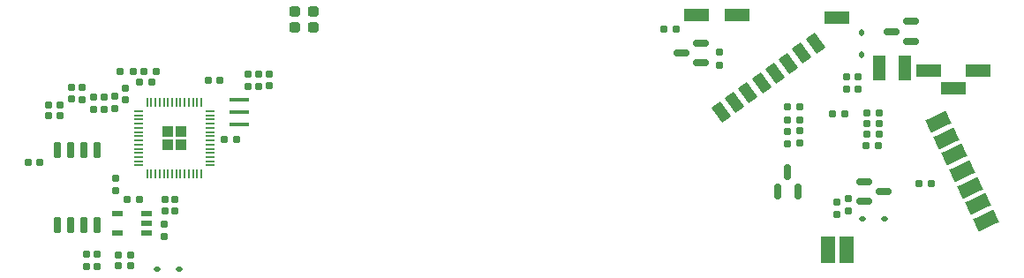
<source format=gbr>
%TF.GenerationSoftware,KiCad,Pcbnew,(7.0.0)*%
%TF.CreationDate,2023-05-05T15:28:03+08:00*%
%TF.ProjectId,opsx_x,6f707378-5f78-42e6-9b69-6361645f7063,2*%
%TF.SameCoordinates,PX18392c0PY51a2700*%
%TF.FileFunction,Paste,Top*%
%TF.FilePolarity,Positive*%
%FSLAX46Y46*%
G04 Gerber Fmt 4.6, Leading zero omitted, Abs format (unit mm)*
G04 Created by KiCad (PCBNEW (7.0.0)) date 2023-05-05 15:28:03*
%MOMM*%
%LPD*%
G01*
G04 APERTURE LIST*
G04 Aperture macros list*
%AMRoundRect*
0 Rectangle with rounded corners*
0 $1 Rounding radius*
0 $2 $3 $4 $5 $6 $7 $8 $9 X,Y pos of 4 corners*
0 Add a 4 corners polygon primitive as box body*
4,1,4,$2,$3,$4,$5,$6,$7,$8,$9,$2,$3,0*
0 Add four circle primitives for the rounded corners*
1,1,$1+$1,$2,$3*
1,1,$1+$1,$4,$5*
1,1,$1+$1,$6,$7*
1,1,$1+$1,$8,$9*
0 Add four rect primitives between the rounded corners*
20,1,$1+$1,$2,$3,$4,$5,0*
20,1,$1+$1,$4,$5,$6,$7,0*
20,1,$1+$1,$6,$7,$8,$9,0*
20,1,$1+$1,$8,$9,$2,$3,0*%
%AMRotRect*
0 Rectangle, with rotation*
0 The origin of the aperture is its center*
0 $1 length*
0 $2 width*
0 $3 Rotation angle, in degrees counterclockwise*
0 Add horizontal line*
21,1,$1,$2,0,0,$3*%
G04 Aperture macros list end*
%ADD10R,1.000001X0.599999*%
%ADD11RotRect,1.780000X1.060000X126.000000*%
%ADD12RotRect,2.159000X1.310000X26.000000*%
%ADD13R,2.413000X1.143000*%
%ADD14R,1.371600X2.540000*%
%ADD15R,1.143000X2.413000*%
%ADD16RoundRect,0.112500X-0.187500X-0.112500X0.187500X-0.112500X0.187500X0.112500X-0.187500X0.112500X0*%
%ADD17RoundRect,0.160000X-0.160000X0.197500X-0.160000X-0.197500X0.160000X-0.197500X0.160000X0.197500X0*%
%ADD18RoundRect,0.160000X0.197500X0.160000X-0.197500X0.160000X-0.197500X-0.160000X0.197500X-0.160000X0*%
%ADD19RoundRect,0.155000X0.155000X-0.212500X0.155000X0.212500X-0.155000X0.212500X-0.155000X-0.212500X0*%
%ADD20RoundRect,0.160000X-0.197500X-0.160000X0.197500X-0.160000X0.197500X0.160000X-0.197500X0.160000X0*%
%ADD21RoundRect,0.160000X0.160000X-0.197500X0.160000X0.197500X-0.160000X0.197500X-0.160000X-0.197500X0*%
%ADD22RoundRect,0.150000X0.150000X-0.587500X0.150000X0.587500X-0.150000X0.587500X-0.150000X-0.587500X0*%
%ADD23RoundRect,0.150000X0.587500X0.150000X-0.587500X0.150000X-0.587500X-0.150000X0.587500X-0.150000X0*%
%ADD24RoundRect,0.150000X-0.587500X-0.150000X0.587500X-0.150000X0.587500X0.150000X-0.587500X0.150000X0*%
%ADD25RoundRect,0.155000X-0.155000X0.212500X-0.155000X-0.212500X0.155000X-0.212500X0.155000X0.212500X0*%
%ADD26RoundRect,0.155000X0.212500X0.155000X-0.212500X0.155000X-0.212500X-0.155000X0.212500X-0.155000X0*%
%ADD27RoundRect,0.155000X-0.212500X-0.155000X0.212500X-0.155000X0.212500X0.155000X-0.212500X0.155000X0*%
%ADD28R,1.900000X0.400000*%
%ADD29RoundRect,0.112500X0.112500X-0.187500X0.112500X0.187500X-0.112500X0.187500X-0.112500X-0.187500X0*%
%ADD30RoundRect,0.237500X0.287500X0.237500X-0.287500X0.237500X-0.287500X-0.237500X0.287500X-0.237500X0*%
%ADD31RoundRect,0.150000X0.150000X-0.650000X0.150000X0.650000X-0.150000X0.650000X-0.150000X-0.650000X0*%
%ADD32RoundRect,0.250000X0.292217X-0.292217X0.292217X0.292217X-0.292217X0.292217X-0.292217X-0.292217X0*%
%ADD33RoundRect,0.050000X0.050000X-0.387500X0.050000X0.387500X-0.050000X0.387500X-0.050000X-0.387500X0*%
%ADD34RoundRect,0.050000X0.387500X-0.050000X0.387500X0.050000X-0.387500X0.050000X-0.387500X-0.050000X0*%
G04 APERTURE END LIST*
D10*
%TO.C,U2*%
X12800000Y5655998D03*
X12800000Y6605999D03*
X12800000Y7555997D03*
X10050000Y7555997D03*
X10050000Y5655998D03*
%TD*%
D11*
%TO.C,sx1*%
X70508972Y19129942D03*
X71803399Y20070399D03*
X76981108Y23832224D03*
D12*
X91843999Y10011999D03*
D11*
X67920117Y17249029D03*
D12*
X91076849Y11584889D03*
D13*
X87850917Y21206118D03*
X90177599Y19522399D03*
D11*
X74392253Y21951311D03*
X73097826Y21010855D03*
D13*
X92555199Y21238799D03*
D11*
X75686680Y22891768D03*
D13*
X65539702Y26572321D03*
X69501999Y26608999D03*
D12*
X92611148Y8439109D03*
X93378298Y6866220D03*
X88775401Y16303557D03*
X89542550Y14730668D03*
D14*
X78178799Y4068399D03*
X79956799Y4068399D03*
D15*
X83102280Y21451999D03*
X85559399Y21451999D03*
D13*
X79056286Y26357168D03*
D11*
X69214544Y18189486D03*
D12*
X90309700Y13157778D03*
%TD*%
D16*
%TO.C,D1*%
X13850000Y2200000D03*
X15950000Y2200000D03*
%TD*%
D17*
%TO.C,R10*%
X22600000Y20897500D03*
X22600000Y19702500D03*
%TD*%
D18*
%TO.C,R35*%
X21472500Y14650000D03*
X20277500Y14650000D03*
%TD*%
D19*
%TO.C,C8*%
X6625000Y18482500D03*
X6625000Y19617500D03*
%TD*%
D20*
%TO.C,R12*%
X12177500Y20150000D03*
X13372500Y20150000D03*
%TD*%
%TO.C,R34*%
X10327500Y21175000D03*
X11522500Y21175000D03*
%TD*%
D21*
%TO.C,R1*%
X7784000Y17502500D03*
X7784000Y18697500D03*
%TD*%
D22*
%TO.C,Q3*%
X73375000Y9637500D03*
X75275000Y9637500D03*
X74325000Y11512500D03*
%TD*%
D23*
%TO.C,Q2*%
X86187500Y24050000D03*
X86187500Y25950000D03*
X84312500Y25000000D03*
%TD*%
D21*
%TO.C,R25*%
X81100000Y19427500D03*
X81100000Y20622500D03*
%TD*%
D24*
%TO.C,Q1*%
X81637500Y10600000D03*
X81637500Y8700000D03*
X83512500Y9650000D03*
%TD*%
D17*
%TO.C,R15*%
X74275000Y16527500D03*
X74275000Y17722500D03*
%TD*%
D23*
%TO.C,Q4*%
X66040000Y21978000D03*
X66040000Y23878000D03*
X64165000Y22928000D03*
%TD*%
D25*
%TO.C,C4*%
X14484000Y6467500D03*
X14484000Y5332500D03*
%TD*%
D26*
%TO.C,C14*%
X2617500Y12450000D03*
X1482500Y12450000D03*
%TD*%
D21*
%TO.C,R31*%
X67800000Y21777500D03*
X67800000Y22972500D03*
%TD*%
D19*
%TO.C,C6*%
X5625000Y18507500D03*
X5625000Y19642500D03*
%TD*%
D20*
%TO.C,R32*%
X62452500Y25175000D03*
X63647500Y25175000D03*
%TD*%
D17*
%TO.C,R16*%
X74275000Y15372500D03*
X74275000Y14177500D03*
%TD*%
D19*
%TO.C,C2*%
X24600000Y19757500D03*
X24600000Y20892500D03*
%TD*%
D18*
%TO.C,R6*%
X11300000Y2500000D03*
X10105000Y2500000D03*
%TD*%
D17*
%TO.C,R14*%
X75500000Y15447500D03*
X75500000Y14252500D03*
%TD*%
D27*
%TO.C,C10*%
X18736500Y20322000D03*
X19871500Y20322000D03*
%TD*%
D21*
%TO.C,R23*%
X80100000Y7786500D03*
X80100000Y8981500D03*
%TD*%
D28*
%TO.C,Y1*%
X21699999Y16049999D03*
X21699999Y17249999D03*
X21699999Y18449999D03*
%TD*%
D29*
%TO.C,D4*%
X81425000Y22750000D03*
X81425000Y24850000D03*
%TD*%
D20*
%TO.C,R18*%
X81902500Y17200000D03*
X83097500Y17200000D03*
%TD*%
%TO.C,R5*%
X10105000Y3500000D03*
X11300000Y3500000D03*
%TD*%
D18*
%TO.C,R19*%
X83072500Y15100000D03*
X81877500Y15100000D03*
%TD*%
D30*
%TO.C,D5*%
X28815000Y25402000D03*
X27065000Y25402000D03*
%TD*%
%TO.C,D6*%
X28815000Y26926000D03*
X27065000Y26926000D03*
%TD*%
D21*
%TO.C,R9*%
X23625000Y19702500D03*
X23625000Y20897500D03*
%TD*%
D18*
%TO.C,R17*%
X83097500Y16175000D03*
X81902500Y16175000D03*
%TD*%
D26*
%TO.C,C12*%
X4567500Y17900000D03*
X3432500Y17900000D03*
%TD*%
D16*
%TO.C,D3*%
X81525000Y7000000D03*
X83625000Y7000000D03*
%TD*%
D18*
%TO.C,R33*%
X79772500Y17075000D03*
X78577500Y17075000D03*
%TD*%
D21*
%TO.C,R24*%
X80000000Y19427500D03*
X80000000Y20622500D03*
%TD*%
D31*
%TO.C,U3*%
X4295000Y6400000D03*
X5565000Y6400000D03*
X6835000Y6400000D03*
X8105000Y6400000D03*
X8105000Y13600000D03*
X6835000Y13600000D03*
X5565000Y13600000D03*
X4295000Y13600000D03*
%TD*%
D25*
%TO.C,C7*%
X9850000Y10867500D03*
X9850000Y9732500D03*
%TD*%
D19*
%TO.C,C1*%
X9775000Y17632500D03*
X9775000Y18767500D03*
%TD*%
D21*
%TO.C,R2*%
X8800000Y17502500D03*
X8800000Y18697500D03*
%TD*%
D20*
%TO.C,R21*%
X86930000Y10416000D03*
X88125000Y10416000D03*
%TD*%
%TO.C,R11*%
X12602500Y21150000D03*
X13797500Y21150000D03*
%TD*%
D21*
%TO.C,R4*%
X8128000Y2452500D03*
X8128000Y3647500D03*
%TD*%
D17*
%TO.C,R13*%
X75475000Y16527500D03*
X75475000Y17722500D03*
%TD*%
D26*
%TO.C,C3*%
X4567500Y16900000D03*
X3432500Y16900000D03*
%TD*%
D20*
%TO.C,R20*%
X81852500Y14075000D03*
X83047500Y14075000D03*
%TD*%
D25*
%TO.C,C9*%
X14600000Y8867500D03*
X14600000Y7732500D03*
%TD*%
D19*
%TO.C,C13*%
X10775000Y18407500D03*
X10775000Y19542500D03*
%TD*%
D26*
%TO.C,C5*%
X12117500Y8900000D03*
X10982500Y8900000D03*
%TD*%
D32*
%TO.C,U1*%
X14850000Y14100000D03*
X16125000Y14100000D03*
X14850000Y15375000D03*
X16125000Y15375000D03*
D33*
X12887500Y11300000D03*
X13287500Y11300000D03*
X13687500Y11300000D03*
X14087500Y11300000D03*
X14487500Y11300000D03*
X14887500Y11300000D03*
X15287500Y11300000D03*
X15687500Y11300000D03*
X16087500Y11300000D03*
X16487500Y11300000D03*
X16887500Y11300000D03*
X17287500Y11300000D03*
X17687500Y11300000D03*
X18087500Y11300000D03*
D34*
X18925000Y12137500D03*
X18925000Y12537500D03*
X18925000Y12937500D03*
X18925000Y13337500D03*
X18925000Y13737500D03*
X18925000Y14137500D03*
X18925000Y14537500D03*
X18925000Y14937500D03*
X18925000Y15337500D03*
X18925000Y15737500D03*
X18925000Y16137500D03*
X18925000Y16537500D03*
X18925000Y16937500D03*
X18925000Y17337500D03*
D33*
X18087500Y18175000D03*
X17687500Y18175000D03*
X17287500Y18175000D03*
X16887500Y18175000D03*
X16487500Y18175000D03*
X16087500Y18175000D03*
X15687500Y18175000D03*
X15287500Y18175000D03*
X14887500Y18175000D03*
X14487500Y18175000D03*
X14087500Y18175000D03*
X13687500Y18175000D03*
X13287500Y18175000D03*
X12887500Y18175000D03*
D34*
X12050000Y17337500D03*
X12050000Y16937500D03*
X12050000Y16537500D03*
X12050000Y16137500D03*
X12050000Y15737500D03*
X12050000Y15337500D03*
X12050000Y14937500D03*
X12050000Y14537500D03*
X12050000Y14137500D03*
X12050000Y13737500D03*
X12050000Y13337500D03*
X12050000Y12937500D03*
X12050000Y12537500D03*
X12050000Y12137500D03*
%TD*%
D21*
%TO.C,R3*%
X7112000Y2452500D03*
X7112000Y3647500D03*
%TD*%
%TO.C,R22*%
X79075000Y7436500D03*
X79075000Y8631500D03*
%TD*%
D25*
%TO.C,C11*%
X15575000Y8867500D03*
X15575000Y7732500D03*
%TD*%
M02*

</source>
